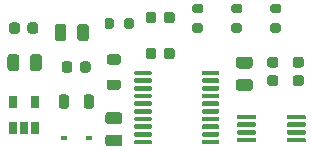
<source format=gtp>
G04 #@! TF.GenerationSoftware,KiCad,Pcbnew,5.1.10-88a1d61d58~88~ubuntu20.04.1*
G04 #@! TF.CreationDate,2021-06-12T08:26:13-04:00*
G04 #@! TF.ProjectId,stm32l0_mod_source,73746d33-326c-4305-9f6d-6f645f736f75,rev?*
G04 #@! TF.SameCoordinates,Original*
G04 #@! TF.FileFunction,Paste,Top*
G04 #@! TF.FilePolarity,Positive*
%FSLAX46Y46*%
G04 Gerber Fmt 4.6, Leading zero omitted, Abs format (unit mm)*
G04 Created by KiCad (PCBNEW 5.1.10-88a1d61d58~88~ubuntu20.04.1) date 2021-06-12 08:26:13*
%MOMM*%
%LPD*%
G01*
G04 APERTURE LIST*
%ADD10R,0.600000X0.450000*%
%ADD11R,0.650000X1.060000*%
G04 APERTURE END LIST*
G36*
G01*
X95229000Y-48875000D02*
X95779000Y-48875000D01*
G75*
G02*
X95979000Y-49075000I0J-200000D01*
G01*
X95979000Y-49475000D01*
G75*
G02*
X95779000Y-49675000I-200000J0D01*
G01*
X95229000Y-49675000D01*
G75*
G02*
X95029000Y-49475000I0J200000D01*
G01*
X95029000Y-49075000D01*
G75*
G02*
X95229000Y-48875000I200000J0D01*
G01*
G37*
G36*
G01*
X95229000Y-47225000D02*
X95779000Y-47225000D01*
G75*
G02*
X95979000Y-47425000I0J-200000D01*
G01*
X95979000Y-47825000D01*
G75*
G02*
X95779000Y-48025000I-200000J0D01*
G01*
X95229000Y-48025000D01*
G75*
G02*
X95029000Y-47825000I0J200000D01*
G01*
X95029000Y-47425000D01*
G75*
G02*
X95229000Y-47225000I200000J0D01*
G01*
G37*
G36*
G01*
X91927000Y-48876000D02*
X92477000Y-48876000D01*
G75*
G02*
X92677000Y-49076000I0J-200000D01*
G01*
X92677000Y-49476000D01*
G75*
G02*
X92477000Y-49676000I-200000J0D01*
G01*
X91927000Y-49676000D01*
G75*
G02*
X91727000Y-49476000I0J200000D01*
G01*
X91727000Y-49076000D01*
G75*
G02*
X91927000Y-48876000I200000J0D01*
G01*
G37*
G36*
G01*
X91927000Y-47226000D02*
X92477000Y-47226000D01*
G75*
G02*
X92677000Y-47426000I0J-200000D01*
G01*
X92677000Y-47826000D01*
G75*
G02*
X92477000Y-48026000I-200000J0D01*
G01*
X91927000Y-48026000D01*
G75*
G02*
X91727000Y-47826000I0J200000D01*
G01*
X91727000Y-47426000D01*
G75*
G02*
X91927000Y-47226000I200000J0D01*
G01*
G37*
G36*
G01*
X88625000Y-48876000D02*
X89175000Y-48876000D01*
G75*
G02*
X89375000Y-49076000I0J-200000D01*
G01*
X89375000Y-49476000D01*
G75*
G02*
X89175000Y-49676000I-200000J0D01*
G01*
X88625000Y-49676000D01*
G75*
G02*
X88425000Y-49476000I0J200000D01*
G01*
X88425000Y-49076000D01*
G75*
G02*
X88625000Y-48876000I200000J0D01*
G01*
G37*
G36*
G01*
X88625000Y-47226000D02*
X89175000Y-47226000D01*
G75*
G02*
X89375000Y-47426000I0J-200000D01*
G01*
X89375000Y-47826000D01*
G75*
G02*
X89175000Y-48026000I-200000J0D01*
G01*
X88625000Y-48026000D01*
G75*
G02*
X88425000Y-47826000I0J200000D01*
G01*
X88425000Y-47426000D01*
G75*
G02*
X88625000Y-47226000I200000J0D01*
G01*
G37*
G36*
G01*
X81808000Y-48620000D02*
X81808000Y-49170000D01*
G75*
G02*
X81608000Y-49370000I-200000J0D01*
G01*
X81208000Y-49370000D01*
G75*
G02*
X81008000Y-49170000I0J200000D01*
G01*
X81008000Y-48620000D01*
G75*
G02*
X81208000Y-48420000I200000J0D01*
G01*
X81608000Y-48420000D01*
G75*
G02*
X81808000Y-48620000I0J-200000D01*
G01*
G37*
G36*
G01*
X83458000Y-48620000D02*
X83458000Y-49170000D01*
G75*
G02*
X83258000Y-49370000I-200000J0D01*
G01*
X82858000Y-49370000D01*
G75*
G02*
X82658000Y-49170000I0J200000D01*
G01*
X82658000Y-48620000D01*
G75*
G02*
X82858000Y-48420000I200000J0D01*
G01*
X83258000Y-48420000D01*
G75*
G02*
X83458000Y-48620000I0J-200000D01*
G01*
G37*
G36*
G01*
X81313000Y-58296000D02*
X82263000Y-58296000D01*
G75*
G02*
X82513000Y-58546000I0J-250000D01*
G01*
X82513000Y-59046000D01*
G75*
G02*
X82263000Y-59296000I-250000J0D01*
G01*
X81313000Y-59296000D01*
G75*
G02*
X81063000Y-59046000I0J250000D01*
G01*
X81063000Y-58546000D01*
G75*
G02*
X81313000Y-58296000I250000J0D01*
G01*
G37*
G36*
G01*
X81313000Y-56396000D02*
X82263000Y-56396000D01*
G75*
G02*
X82513000Y-56646000I0J-250000D01*
G01*
X82513000Y-57146000D01*
G75*
G02*
X82263000Y-57396000I-250000J0D01*
G01*
X81313000Y-57396000D01*
G75*
G02*
X81063000Y-57146000I0J250000D01*
G01*
X81063000Y-56646000D01*
G75*
G02*
X81313000Y-56396000I250000J0D01*
G01*
G37*
G36*
G01*
X86037000Y-48637000D02*
X86037000Y-48137000D01*
G75*
G02*
X86262000Y-47912000I225000J0D01*
G01*
X86712000Y-47912000D01*
G75*
G02*
X86937000Y-48137000I0J-225000D01*
G01*
X86937000Y-48637000D01*
G75*
G02*
X86712000Y-48862000I-225000J0D01*
G01*
X86262000Y-48862000D01*
G75*
G02*
X86037000Y-48637000I0J225000D01*
G01*
G37*
G36*
G01*
X84487000Y-48637000D02*
X84487000Y-48137000D01*
G75*
G02*
X84712000Y-47912000I225000J0D01*
G01*
X85162000Y-47912000D01*
G75*
G02*
X85387000Y-48137000I0J-225000D01*
G01*
X85387000Y-48637000D01*
G75*
G02*
X85162000Y-48862000I-225000J0D01*
G01*
X84712000Y-48862000D01*
G75*
G02*
X84487000Y-48637000I0J225000D01*
G01*
G37*
G36*
G01*
X86037000Y-51685000D02*
X86037000Y-51185000D01*
G75*
G02*
X86262000Y-50960000I225000J0D01*
G01*
X86712000Y-50960000D01*
G75*
G02*
X86937000Y-51185000I0J-225000D01*
G01*
X86937000Y-51685000D01*
G75*
G02*
X86712000Y-51910000I-225000J0D01*
G01*
X86262000Y-51910000D01*
G75*
G02*
X86037000Y-51685000I0J225000D01*
G01*
G37*
G36*
G01*
X84487000Y-51685000D02*
X84487000Y-51185000D01*
G75*
G02*
X84712000Y-50960000I225000J0D01*
G01*
X85162000Y-50960000D01*
G75*
G02*
X85387000Y-51185000I0J-225000D01*
G01*
X85387000Y-51685000D01*
G75*
G02*
X85162000Y-51910000I-225000J0D01*
G01*
X84712000Y-51910000D01*
G75*
G02*
X84487000Y-51685000I0J225000D01*
G01*
G37*
G36*
G01*
X97159000Y-53271000D02*
X97659000Y-53271000D01*
G75*
G02*
X97884000Y-53496000I0J-225000D01*
G01*
X97884000Y-53946000D01*
G75*
G02*
X97659000Y-54171000I-225000J0D01*
G01*
X97159000Y-54171000D01*
G75*
G02*
X96934000Y-53946000I0J225000D01*
G01*
X96934000Y-53496000D01*
G75*
G02*
X97159000Y-53271000I225000J0D01*
G01*
G37*
G36*
G01*
X97159000Y-51721000D02*
X97659000Y-51721000D01*
G75*
G02*
X97884000Y-51946000I0J-225000D01*
G01*
X97884000Y-52396000D01*
G75*
G02*
X97659000Y-52621000I-225000J0D01*
G01*
X97159000Y-52621000D01*
G75*
G02*
X96934000Y-52396000I0J225000D01*
G01*
X96934000Y-51946000D01*
G75*
G02*
X97159000Y-51721000I225000J0D01*
G01*
G37*
G36*
G01*
X95000000Y-53271000D02*
X95500000Y-53271000D01*
G75*
G02*
X95725000Y-53496000I0J-225000D01*
G01*
X95725000Y-53946000D01*
G75*
G02*
X95500000Y-54171000I-225000J0D01*
G01*
X95000000Y-54171000D01*
G75*
G02*
X94775000Y-53946000I0J225000D01*
G01*
X94775000Y-53496000D01*
G75*
G02*
X95000000Y-53271000I225000J0D01*
G01*
G37*
G36*
G01*
X95000000Y-51721000D02*
X95500000Y-51721000D01*
G75*
G02*
X95725000Y-51946000I0J-225000D01*
G01*
X95725000Y-52396000D01*
G75*
G02*
X95500000Y-52621000I-225000J0D01*
G01*
X95000000Y-52621000D01*
G75*
G02*
X94775000Y-52396000I0J225000D01*
G01*
X94775000Y-51946000D01*
G75*
G02*
X95000000Y-51721000I225000J0D01*
G01*
G37*
G36*
G01*
X92362000Y-53602000D02*
X93312000Y-53602000D01*
G75*
G02*
X93562000Y-53852000I0J-250000D01*
G01*
X93562000Y-54352000D01*
G75*
G02*
X93312000Y-54602000I-250000J0D01*
G01*
X92362000Y-54602000D01*
G75*
G02*
X92112000Y-54352000I0J250000D01*
G01*
X92112000Y-53852000D01*
G75*
G02*
X92362000Y-53602000I250000J0D01*
G01*
G37*
G36*
G01*
X92362000Y-51702000D02*
X93312000Y-51702000D01*
G75*
G02*
X93562000Y-51952000I0J-250000D01*
G01*
X93562000Y-52452000D01*
G75*
G02*
X93312000Y-52702000I-250000J0D01*
G01*
X92362000Y-52702000D01*
G75*
G02*
X92112000Y-52452000I0J250000D01*
G01*
X92112000Y-51952000D01*
G75*
G02*
X92362000Y-51702000I250000J0D01*
G01*
G37*
G36*
G01*
X78682000Y-50132000D02*
X78682000Y-49182000D01*
G75*
G02*
X78932000Y-48932000I250000J0D01*
G01*
X79432000Y-48932000D01*
G75*
G02*
X79682000Y-49182000I0J-250000D01*
G01*
X79682000Y-50132000D01*
G75*
G02*
X79432000Y-50382000I-250000J0D01*
G01*
X78932000Y-50382000D01*
G75*
G02*
X78682000Y-50132000I0J250000D01*
G01*
G37*
G36*
G01*
X76782000Y-50132000D02*
X76782000Y-49182000D01*
G75*
G02*
X77032000Y-48932000I250000J0D01*
G01*
X77532000Y-48932000D01*
G75*
G02*
X77782000Y-49182000I0J-250000D01*
G01*
X77782000Y-50132000D01*
G75*
G02*
X77532000Y-50382000I-250000J0D01*
G01*
X77032000Y-50382000D01*
G75*
G02*
X76782000Y-50132000I0J250000D01*
G01*
G37*
G36*
G01*
X78925000Y-52828000D02*
X78925000Y-52328000D01*
G75*
G02*
X79150000Y-52103000I225000J0D01*
G01*
X79600000Y-52103000D01*
G75*
G02*
X79825000Y-52328000I0J-225000D01*
G01*
X79825000Y-52828000D01*
G75*
G02*
X79600000Y-53053000I-225000J0D01*
G01*
X79150000Y-53053000D01*
G75*
G02*
X78925000Y-52828000I0J225000D01*
G01*
G37*
G36*
G01*
X77375000Y-52828000D02*
X77375000Y-52328000D01*
G75*
G02*
X77600000Y-52103000I225000J0D01*
G01*
X78050000Y-52103000D01*
G75*
G02*
X78275000Y-52328000I0J-225000D01*
G01*
X78275000Y-52828000D01*
G75*
G02*
X78050000Y-53053000I-225000J0D01*
G01*
X77600000Y-53053000D01*
G75*
G02*
X77375000Y-52828000I0J225000D01*
G01*
G37*
G36*
G01*
X74480000Y-49526000D02*
X74480000Y-49026000D01*
G75*
G02*
X74705000Y-48801000I225000J0D01*
G01*
X75155000Y-48801000D01*
G75*
G02*
X75380000Y-49026000I0J-225000D01*
G01*
X75380000Y-49526000D01*
G75*
G02*
X75155000Y-49751000I-225000J0D01*
G01*
X74705000Y-49751000D01*
G75*
G02*
X74480000Y-49526000I0J225000D01*
G01*
G37*
G36*
G01*
X72930000Y-49526000D02*
X72930000Y-49026000D01*
G75*
G02*
X73155000Y-48801000I225000J0D01*
G01*
X73605000Y-48801000D01*
G75*
G02*
X73830000Y-49026000I0J-225000D01*
G01*
X73830000Y-49526000D01*
G75*
G02*
X73605000Y-49751000I-225000J0D01*
G01*
X73155000Y-49751000D01*
G75*
G02*
X72930000Y-49526000I0J225000D01*
G01*
G37*
G36*
G01*
X74684000Y-52672000D02*
X74684000Y-51722000D01*
G75*
G02*
X74934000Y-51472000I250000J0D01*
G01*
X75434000Y-51472000D01*
G75*
G02*
X75684000Y-51722000I0J-250000D01*
G01*
X75684000Y-52672000D01*
G75*
G02*
X75434000Y-52922000I-250000J0D01*
G01*
X74934000Y-52922000D01*
G75*
G02*
X74684000Y-52672000I0J250000D01*
G01*
G37*
G36*
G01*
X72784000Y-52672000D02*
X72784000Y-51722000D01*
G75*
G02*
X73034000Y-51472000I250000J0D01*
G01*
X73534000Y-51472000D01*
G75*
G02*
X73784000Y-51722000I0J-250000D01*
G01*
X73784000Y-52672000D01*
G75*
G02*
X73534000Y-52922000I-250000J0D01*
G01*
X73034000Y-52922000D01*
G75*
G02*
X72784000Y-52672000I0J250000D01*
G01*
G37*
G36*
G01*
X89247000Y-53182000D02*
X89247000Y-52982000D01*
G75*
G02*
X89347000Y-52882000I100000J0D01*
G01*
X90622000Y-52882000D01*
G75*
G02*
X90722000Y-52982000I0J-100000D01*
G01*
X90722000Y-53182000D01*
G75*
G02*
X90622000Y-53282000I-100000J0D01*
G01*
X89347000Y-53282000D01*
G75*
G02*
X89247000Y-53182000I0J100000D01*
G01*
G37*
G36*
G01*
X89247000Y-53832000D02*
X89247000Y-53632000D01*
G75*
G02*
X89347000Y-53532000I100000J0D01*
G01*
X90622000Y-53532000D01*
G75*
G02*
X90722000Y-53632000I0J-100000D01*
G01*
X90722000Y-53832000D01*
G75*
G02*
X90622000Y-53932000I-100000J0D01*
G01*
X89347000Y-53932000D01*
G75*
G02*
X89247000Y-53832000I0J100000D01*
G01*
G37*
G36*
G01*
X89247000Y-54482000D02*
X89247000Y-54282000D01*
G75*
G02*
X89347000Y-54182000I100000J0D01*
G01*
X90622000Y-54182000D01*
G75*
G02*
X90722000Y-54282000I0J-100000D01*
G01*
X90722000Y-54482000D01*
G75*
G02*
X90622000Y-54582000I-100000J0D01*
G01*
X89347000Y-54582000D01*
G75*
G02*
X89247000Y-54482000I0J100000D01*
G01*
G37*
G36*
G01*
X89247000Y-55132000D02*
X89247000Y-54932000D01*
G75*
G02*
X89347000Y-54832000I100000J0D01*
G01*
X90622000Y-54832000D01*
G75*
G02*
X90722000Y-54932000I0J-100000D01*
G01*
X90722000Y-55132000D01*
G75*
G02*
X90622000Y-55232000I-100000J0D01*
G01*
X89347000Y-55232000D01*
G75*
G02*
X89247000Y-55132000I0J100000D01*
G01*
G37*
G36*
G01*
X89247000Y-55782000D02*
X89247000Y-55582000D01*
G75*
G02*
X89347000Y-55482000I100000J0D01*
G01*
X90622000Y-55482000D01*
G75*
G02*
X90722000Y-55582000I0J-100000D01*
G01*
X90722000Y-55782000D01*
G75*
G02*
X90622000Y-55882000I-100000J0D01*
G01*
X89347000Y-55882000D01*
G75*
G02*
X89247000Y-55782000I0J100000D01*
G01*
G37*
G36*
G01*
X89247000Y-56432000D02*
X89247000Y-56232000D01*
G75*
G02*
X89347000Y-56132000I100000J0D01*
G01*
X90622000Y-56132000D01*
G75*
G02*
X90722000Y-56232000I0J-100000D01*
G01*
X90722000Y-56432000D01*
G75*
G02*
X90622000Y-56532000I-100000J0D01*
G01*
X89347000Y-56532000D01*
G75*
G02*
X89247000Y-56432000I0J100000D01*
G01*
G37*
G36*
G01*
X89247000Y-57082000D02*
X89247000Y-56882000D01*
G75*
G02*
X89347000Y-56782000I100000J0D01*
G01*
X90622000Y-56782000D01*
G75*
G02*
X90722000Y-56882000I0J-100000D01*
G01*
X90722000Y-57082000D01*
G75*
G02*
X90622000Y-57182000I-100000J0D01*
G01*
X89347000Y-57182000D01*
G75*
G02*
X89247000Y-57082000I0J100000D01*
G01*
G37*
G36*
G01*
X89247000Y-57732000D02*
X89247000Y-57532000D01*
G75*
G02*
X89347000Y-57432000I100000J0D01*
G01*
X90622000Y-57432000D01*
G75*
G02*
X90722000Y-57532000I0J-100000D01*
G01*
X90722000Y-57732000D01*
G75*
G02*
X90622000Y-57832000I-100000J0D01*
G01*
X89347000Y-57832000D01*
G75*
G02*
X89247000Y-57732000I0J100000D01*
G01*
G37*
G36*
G01*
X89247000Y-58382000D02*
X89247000Y-58182000D01*
G75*
G02*
X89347000Y-58082000I100000J0D01*
G01*
X90622000Y-58082000D01*
G75*
G02*
X90722000Y-58182000I0J-100000D01*
G01*
X90722000Y-58382000D01*
G75*
G02*
X90622000Y-58482000I-100000J0D01*
G01*
X89347000Y-58482000D01*
G75*
G02*
X89247000Y-58382000I0J100000D01*
G01*
G37*
G36*
G01*
X89247000Y-59032000D02*
X89247000Y-58832000D01*
G75*
G02*
X89347000Y-58732000I100000J0D01*
G01*
X90622000Y-58732000D01*
G75*
G02*
X90722000Y-58832000I0J-100000D01*
G01*
X90722000Y-59032000D01*
G75*
G02*
X90622000Y-59132000I-100000J0D01*
G01*
X89347000Y-59132000D01*
G75*
G02*
X89247000Y-59032000I0J100000D01*
G01*
G37*
G36*
G01*
X83522000Y-59032000D02*
X83522000Y-58832000D01*
G75*
G02*
X83622000Y-58732000I100000J0D01*
G01*
X84897000Y-58732000D01*
G75*
G02*
X84997000Y-58832000I0J-100000D01*
G01*
X84997000Y-59032000D01*
G75*
G02*
X84897000Y-59132000I-100000J0D01*
G01*
X83622000Y-59132000D01*
G75*
G02*
X83522000Y-59032000I0J100000D01*
G01*
G37*
G36*
G01*
X83522000Y-58382000D02*
X83522000Y-58182000D01*
G75*
G02*
X83622000Y-58082000I100000J0D01*
G01*
X84897000Y-58082000D01*
G75*
G02*
X84997000Y-58182000I0J-100000D01*
G01*
X84997000Y-58382000D01*
G75*
G02*
X84897000Y-58482000I-100000J0D01*
G01*
X83622000Y-58482000D01*
G75*
G02*
X83522000Y-58382000I0J100000D01*
G01*
G37*
G36*
G01*
X83522000Y-57732000D02*
X83522000Y-57532000D01*
G75*
G02*
X83622000Y-57432000I100000J0D01*
G01*
X84897000Y-57432000D01*
G75*
G02*
X84997000Y-57532000I0J-100000D01*
G01*
X84997000Y-57732000D01*
G75*
G02*
X84897000Y-57832000I-100000J0D01*
G01*
X83622000Y-57832000D01*
G75*
G02*
X83522000Y-57732000I0J100000D01*
G01*
G37*
G36*
G01*
X83522000Y-57082000D02*
X83522000Y-56882000D01*
G75*
G02*
X83622000Y-56782000I100000J0D01*
G01*
X84897000Y-56782000D01*
G75*
G02*
X84997000Y-56882000I0J-100000D01*
G01*
X84997000Y-57082000D01*
G75*
G02*
X84897000Y-57182000I-100000J0D01*
G01*
X83622000Y-57182000D01*
G75*
G02*
X83522000Y-57082000I0J100000D01*
G01*
G37*
G36*
G01*
X83522000Y-56432000D02*
X83522000Y-56232000D01*
G75*
G02*
X83622000Y-56132000I100000J0D01*
G01*
X84897000Y-56132000D01*
G75*
G02*
X84997000Y-56232000I0J-100000D01*
G01*
X84997000Y-56432000D01*
G75*
G02*
X84897000Y-56532000I-100000J0D01*
G01*
X83622000Y-56532000D01*
G75*
G02*
X83522000Y-56432000I0J100000D01*
G01*
G37*
G36*
G01*
X83522000Y-55782000D02*
X83522000Y-55582000D01*
G75*
G02*
X83622000Y-55482000I100000J0D01*
G01*
X84897000Y-55482000D01*
G75*
G02*
X84997000Y-55582000I0J-100000D01*
G01*
X84997000Y-55782000D01*
G75*
G02*
X84897000Y-55882000I-100000J0D01*
G01*
X83622000Y-55882000D01*
G75*
G02*
X83522000Y-55782000I0J100000D01*
G01*
G37*
G36*
G01*
X83522000Y-55132000D02*
X83522000Y-54932000D01*
G75*
G02*
X83622000Y-54832000I100000J0D01*
G01*
X84897000Y-54832000D01*
G75*
G02*
X84997000Y-54932000I0J-100000D01*
G01*
X84997000Y-55132000D01*
G75*
G02*
X84897000Y-55232000I-100000J0D01*
G01*
X83622000Y-55232000D01*
G75*
G02*
X83522000Y-55132000I0J100000D01*
G01*
G37*
G36*
G01*
X83522000Y-54482000D02*
X83522000Y-54282000D01*
G75*
G02*
X83622000Y-54182000I100000J0D01*
G01*
X84897000Y-54182000D01*
G75*
G02*
X84997000Y-54282000I0J-100000D01*
G01*
X84997000Y-54482000D01*
G75*
G02*
X84897000Y-54582000I-100000J0D01*
G01*
X83622000Y-54582000D01*
G75*
G02*
X83522000Y-54482000I0J100000D01*
G01*
G37*
G36*
G01*
X83522000Y-53832000D02*
X83522000Y-53632000D01*
G75*
G02*
X83622000Y-53532000I100000J0D01*
G01*
X84897000Y-53532000D01*
G75*
G02*
X84997000Y-53632000I0J-100000D01*
G01*
X84997000Y-53832000D01*
G75*
G02*
X84897000Y-53932000I-100000J0D01*
G01*
X83622000Y-53932000D01*
G75*
G02*
X83522000Y-53832000I0J100000D01*
G01*
G37*
G36*
G01*
X83522000Y-53182000D02*
X83522000Y-52982000D01*
G75*
G02*
X83622000Y-52882000I100000J0D01*
G01*
X84897000Y-52882000D01*
G75*
G02*
X84997000Y-52982000I0J-100000D01*
G01*
X84997000Y-53182000D01*
G75*
G02*
X84897000Y-53282000I-100000J0D01*
G01*
X83622000Y-53282000D01*
G75*
G02*
X83522000Y-53182000I0J100000D01*
G01*
G37*
G36*
G01*
X96423000Y-56910000D02*
X96423000Y-56710000D01*
G75*
G02*
X96523000Y-56610000I100000J0D01*
G01*
X97948000Y-56610000D01*
G75*
G02*
X98048000Y-56710000I0J-100000D01*
G01*
X98048000Y-56910000D01*
G75*
G02*
X97948000Y-57010000I-100000J0D01*
G01*
X96523000Y-57010000D01*
G75*
G02*
X96423000Y-56910000I0J100000D01*
G01*
G37*
G36*
G01*
X96423000Y-57560000D02*
X96423000Y-57360000D01*
G75*
G02*
X96523000Y-57260000I100000J0D01*
G01*
X97948000Y-57260000D01*
G75*
G02*
X98048000Y-57360000I0J-100000D01*
G01*
X98048000Y-57560000D01*
G75*
G02*
X97948000Y-57660000I-100000J0D01*
G01*
X96523000Y-57660000D01*
G75*
G02*
X96423000Y-57560000I0J100000D01*
G01*
G37*
G36*
G01*
X96423000Y-58210000D02*
X96423000Y-58010000D01*
G75*
G02*
X96523000Y-57910000I100000J0D01*
G01*
X97948000Y-57910000D01*
G75*
G02*
X98048000Y-58010000I0J-100000D01*
G01*
X98048000Y-58210000D01*
G75*
G02*
X97948000Y-58310000I-100000J0D01*
G01*
X96523000Y-58310000D01*
G75*
G02*
X96423000Y-58210000I0J100000D01*
G01*
G37*
G36*
G01*
X96423000Y-58860000D02*
X96423000Y-58660000D01*
G75*
G02*
X96523000Y-58560000I100000J0D01*
G01*
X97948000Y-58560000D01*
G75*
G02*
X98048000Y-58660000I0J-100000D01*
G01*
X98048000Y-58860000D01*
G75*
G02*
X97948000Y-58960000I-100000J0D01*
G01*
X96523000Y-58960000D01*
G75*
G02*
X96423000Y-58860000I0J100000D01*
G01*
G37*
G36*
G01*
X92198000Y-58860000D02*
X92198000Y-58660000D01*
G75*
G02*
X92298000Y-58560000I100000J0D01*
G01*
X93723000Y-58560000D01*
G75*
G02*
X93823000Y-58660000I0J-100000D01*
G01*
X93823000Y-58860000D01*
G75*
G02*
X93723000Y-58960000I-100000J0D01*
G01*
X92298000Y-58960000D01*
G75*
G02*
X92198000Y-58860000I0J100000D01*
G01*
G37*
G36*
G01*
X92198000Y-58210000D02*
X92198000Y-58010000D01*
G75*
G02*
X92298000Y-57910000I100000J0D01*
G01*
X93723000Y-57910000D01*
G75*
G02*
X93823000Y-58010000I0J-100000D01*
G01*
X93823000Y-58210000D01*
G75*
G02*
X93723000Y-58310000I-100000J0D01*
G01*
X92298000Y-58310000D01*
G75*
G02*
X92198000Y-58210000I0J100000D01*
G01*
G37*
G36*
G01*
X92198000Y-57560000D02*
X92198000Y-57360000D01*
G75*
G02*
X92298000Y-57260000I100000J0D01*
G01*
X93723000Y-57260000D01*
G75*
G02*
X93823000Y-57360000I0J-100000D01*
G01*
X93823000Y-57560000D01*
G75*
G02*
X93723000Y-57660000I-100000J0D01*
G01*
X92298000Y-57660000D01*
G75*
G02*
X92198000Y-57560000I0J100000D01*
G01*
G37*
G36*
G01*
X92198000Y-56910000D02*
X92198000Y-56710000D01*
G75*
G02*
X92298000Y-56610000I100000J0D01*
G01*
X93723000Y-56610000D01*
G75*
G02*
X93823000Y-56710000I0J-100000D01*
G01*
X93823000Y-56910000D01*
G75*
G02*
X93723000Y-57010000I-100000J0D01*
G01*
X92298000Y-57010000D01*
G75*
G02*
X92198000Y-56910000I0J100000D01*
G01*
G37*
D10*
X77563000Y-58547000D03*
X79663000Y-58547000D03*
D11*
X73218000Y-55542000D03*
X75118000Y-55542000D03*
X75118000Y-57742000D03*
X74168000Y-57742000D03*
X73218000Y-57742000D03*
G36*
G01*
X82169250Y-52380500D02*
X81406750Y-52380500D01*
G75*
G02*
X81188000Y-52161750I0J218750D01*
G01*
X81188000Y-51724250D01*
G75*
G02*
X81406750Y-51505500I218750J0D01*
G01*
X82169250Y-51505500D01*
G75*
G02*
X82388000Y-51724250I0J-218750D01*
G01*
X82388000Y-52161750D01*
G75*
G02*
X82169250Y-52380500I-218750J0D01*
G01*
G37*
G36*
G01*
X82169250Y-54505500D02*
X81406750Y-54505500D01*
G75*
G02*
X81188000Y-54286750I0J218750D01*
G01*
X81188000Y-53849250D01*
G75*
G02*
X81406750Y-53630500I218750J0D01*
G01*
X82169250Y-53630500D01*
G75*
G02*
X82388000Y-53849250I0J-218750D01*
G01*
X82388000Y-54286750D01*
G75*
G02*
X82169250Y-54505500I-218750J0D01*
G01*
G37*
G36*
G01*
X79238000Y-55880250D02*
X79238000Y-55117750D01*
G75*
G02*
X79456750Y-54899000I218750J0D01*
G01*
X79894250Y-54899000D01*
G75*
G02*
X80113000Y-55117750I0J-218750D01*
G01*
X80113000Y-55880250D01*
G75*
G02*
X79894250Y-56099000I-218750J0D01*
G01*
X79456750Y-56099000D01*
G75*
G02*
X79238000Y-55880250I0J218750D01*
G01*
G37*
G36*
G01*
X77113000Y-55880250D02*
X77113000Y-55117750D01*
G75*
G02*
X77331750Y-54899000I218750J0D01*
G01*
X77769250Y-54899000D01*
G75*
G02*
X77988000Y-55117750I0J-218750D01*
G01*
X77988000Y-55880250D01*
G75*
G02*
X77769250Y-56099000I-218750J0D01*
G01*
X77331750Y-56099000D01*
G75*
G02*
X77113000Y-55880250I0J218750D01*
G01*
G37*
M02*

</source>
